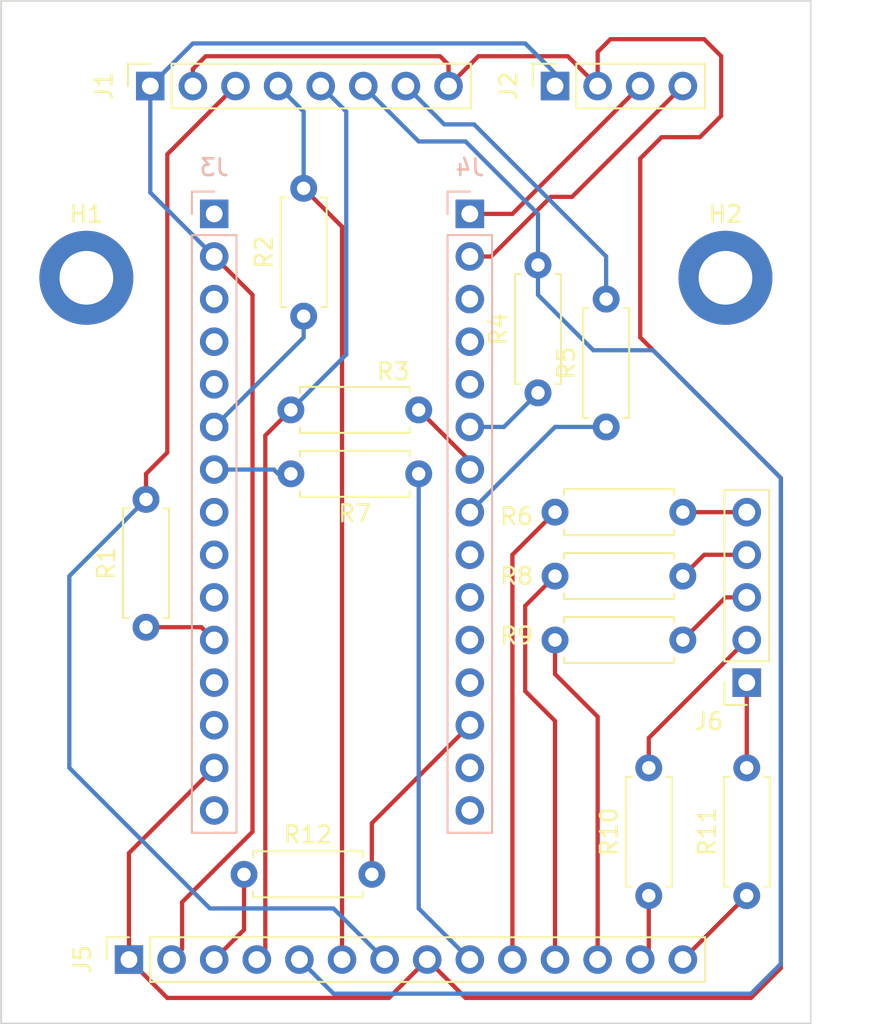
<source format=kicad_pcb>
(kicad_pcb (version 20240108) (generator "pcbnew") (generator_version "8.0")
  (layers (0 "F.Cu" signal) (31 "B.Cu" signal) (34 "B.Paste" user) (35 "F.Paste" user) (36 "B.SilkS" user "B.Silkscreen") (37 "F.SilkS" user "F.Silkscreen") (38 "B.Mask" user) (39 "F.Mask" user) (44 "Edge.Cuts" user))
  (net 0 "")
  (net 1 "Net-(J1-Pin_3)")
  (net 2 "Net-(J1-Pin_4)")
  (net 3 "Net-(J2-Pin_3)")
  (net 4 "Net-(J1-Pin_5)")
  (net 5 "Net-(J4-Pin_6)")
  (net 6 "Net-(J1-Pin_6)")
  (net 7 "Net-(J1-Pin_7)")
  (net 8 "Net-(J5-Pin_10)")
  (net 9 "Net-(J5-Pin_9)")
  (net 10 "Net-(J1-Pin_2)")
  (net 11 "Net-(J5-Pin_3)")
  (net 12 "Net-(J5-Pin_11)")
  (net 13 "Net-(J5-Pin_12)")
  (net 14 "Net-(J3-Pin_11)")
  (net 15 "Net-(J5-Pin_14)")
  (net 16 "Net-(J5-Pin_13)")
  (net 17 "Net-(J1-Pin_1)")
  (net 23 "Net-(J2-Pin_4)")
  (net 24 "Net-(J4-Pin_8)")
  (net 25 "Net-(J4-Pin_13)")
  (net 26 "Net-(J4-Pin_7)")
  (net 33 "Net-(J3-Pin_6)")
  (net 35 "Net-(J3-Pin_7)")
  (net 41 "Net-(J6-Pin_4)")
  (net 42 "Net-(J6-Pin_5)")
  (net 43 "Net-(J6-Pin_3)")
  (net 44 "Net-(J6-Pin_2)")
  (net 45 "Net-(J6-Pin_1)")
  (footprint "Resistor_THT:R_Axial_DIN0207_L6.3mm_D2.5mm_P7.62mm_Horizontal" (layer "F.Cu") (at 153.67 116.84 90)
    (property "Reference" "R11" (at 3.81 -2.37 -90) (layer "F.SilkS"))
    (property "Value" "1k")
    (fp_line (start 7.08 -1.37) (end 7.08 -1.04) (stroke (width 0.12)) (layer "F.SilkS"))
    (fp_line (start 0.54 -1.37) (end 7.08 -1.37) (stroke (width 0.12)) (layer "F.SilkS"))
    (fp_line (start 0.54 -1.04) (end 0.54 -1.37) (stroke (width 0.12)) (layer "F.SilkS"))
    (fp_line (start 0.54 1.04) (end 0.54 1.37) (stroke (width 0.12)) (layer "F.SilkS"))
    (fp_line (start 7.08 1.37) (end 7.08 1.04) (stroke (width 0.12)) (layer "F.SilkS"))
    (fp_line (start 0.54 1.37) (end 7.08 1.37) (stroke (width 0.12)) (layer "F.SilkS"))
    (pad "1" thru_hole circle (at 0 0 90) (size 1.6 1.6) (drill 0.8) (layers "*.Cu" "*.Mask") (net 15 "Net-(J5-Pin_14)"))
    (pad "2" thru_hole oval (at 7.62 0 90) (size 1.6 1.6) (drill 0.8) (layers "*.Cu" "*.Mask") (net 45 "Net-(J6-Pin_1)"))
  )
  (footprint "Resistor_THT:R_Axial_DIN0207_L6.3mm_D2.5mm_P7.62mm_Horizontal" (layer "F.Cu") (at 142.24 93.98)
    (property "Reference" "R6" (at -2.286 0.254 0) (layer "F.SilkS"))
    (property "Value" "1k")
    (fp_line (start 0.54 -1.37) (end 7.08 -1.37) (stroke (width 0.12)) (layer "F.SilkS"))
    (fp_line (start 0.54 -1.04) (end 0.54 -1.37) (stroke (width 0.12)) (layer "F.SilkS"))
    (fp_line (start 0.54 1.04) (end 0.54 1.37) (stroke (width 0.12)) (layer "F.SilkS"))
    (fp_line (start 0.54 1.37) (end 7.08 1.37) (stroke (width 0.12)) (layer "F.SilkS"))
    (fp_line (start 7.08 -1.37) (end 7.08 -1.04) (stroke (width 0.12)) (layer "F.SilkS"))
    (fp_line (start 7.08 1.37) (end 7.08 1.04) (stroke (width 0.12)) (layer "F.SilkS"))
    (pad "1" thru_hole circle (at 0 0) (size 1.6 1.6) (drill 0.8) (layers "*.Cu" "*.Mask") (net 8 "Net-(J5-Pin_10)"))
    (pad "2" thru_hole oval (at 7.62 0) (size 1.6 1.6) (drill 0.8) (layers "*.Cu" "*.Mask") (net 42 "Net-(J6-Pin_5)"))
  )
  (footprint "ST7735_Breakout:I2C_PINS" (layer "F.Cu") (at 142.24 68.58 90)
    (property "Reference" "J2" (at 0 -2.77 -90) (layer "F.SilkS"))
    (property "Value" "Conn_01x04_Socket")
    (fp_line (start 1.33 -1.33) (end 1.33 0) (stroke (width 0.12)) (layer "F.SilkS"))
    (fp_line (start 0 -1.33) (end 1.33 -1.33) (stroke (width 0.12)) (layer "F.SilkS"))
    (fp_line (start 1.33 1.27) (end 1.33 8.95) (stroke (width 0.12)) (layer "F.SilkS"))
    (fp_line (start -1.33 1.27) (end 1.33 1.27) (stroke (width 0.12)) (layer "F.SilkS"))
    (fp_line (start -1.33 1.27) (end -1.33 8.95) (stroke (width 0.12)) (layer "F.SilkS"))
    (fp_line (start -1.33 8.95) (end 1.33 8.95) (stroke (width 0.12)) (layer "F.SilkS"))
    (pad "GND" thru_hole rect (at 0 0 180) (size 1.7 1.7) (drill 1) (layers "*.Cu" "*.Mask") (net 17 "Net-(J1-Pin_1)"))
    (pad "SCK" thru_hole oval (at 0 5.08 90) (size 1.7 1.7) (drill 1) (layers "*.Cu" "*.Mask") (net 3 "Net-(J2-Pin_3)"))
    (pad "SDA" thru_hole oval (at 0 7.62 90) (size 1.7 1.7) (drill 1) (layers "*.Cu" "*.Mask") (net 23 "Net-(J2-Pin_4)"))
    (pad "VCC" thru_hole oval (at 0 2.54 90) (size 1.7 1.7) (drill 1) (layers "*.Cu" "*.Mask") (net 10 "Net-(J1-Pin_2)"))
  )
  (footprint "Connector_PinSocket_2.54mm:PinSocket_1x05_P2.54mm_Vertical" (layer "F.Cu") (at 153.67 104.14 180)
    (property "Reference" "J6" (at 2.261 -2.316 180) (layer "F.SilkS"))
    (property "Value" "Conn_01x05_Socket")
    (fp_line (start 1.33 1.27) (end 1.33 11.49) (stroke (width 0.12)) (layer "F.SilkS"))
    (fp_line (start 1.33 -1.33) (end 1.33 0) (stroke (width 0.12)) (layer "F.SilkS"))
    (fp_line (start 0 -1.33) (end 1.33 -1.33) (stroke (width 0.12)) (layer "F.SilkS"))
    (fp_line (start -1.33 11.49) (end 1.33 11.49) (stroke (width 0.12)) (layer "F.SilkS"))
    (fp_line (start -1.33 1.27) (end 1.33 1.27) (stroke (width 0.12)) (layer "F.SilkS"))
    (fp_line (start -1.33 1.27) (end -1.33 11.49) (stroke (width 0.12)) (layer "F.SilkS"))
    (pad "1" thru_hole rect (at 0 0 180) (size 1.7 1.7) (drill 1) (layers "*.Cu" "*.Mask") (net 45 "Net-(J6-Pin_1)"))
    (pad "2" thru_hole oval (at 0 2.54 180) (size 1.7 1.7) (drill 1) (layers "*.Cu" "*.Mask") (net 44 "Net-(J6-Pin_2)"))
    (pad "3" thru_hole oval (at 0 5.08 180) (size 1.7 1.7) (drill 1) (layers "*.Cu" "*.Mask") (net 43 "Net-(J6-Pin_3)"))
    (pad "4" thru_hole oval (at 0 7.62 180) (size 1.7 1.7) (drill 1) (layers "*.Cu" "*.Mask") (net 41 "Net-(J6-Pin_4)"))
    (pad "5" thru_hole oval (at 0 10.16 180) (size 1.7 1.7) (drill 1) (layers "*.Cu" "*.Mask") (net 42 "Net-(J6-Pin_5)"))
  )
  (footprint "Resistor_THT:R_Axial_DIN0207_L6.3mm_D2.5mm_P7.62mm_Horizontal" (layer "F.Cu") (at 123.698 115.57)
    (property "Reference" "R12" (at 3.81 -2.37 0) (layer "F.SilkS"))
    (property "Value" "1k")
    (fp_line (start 0.54 -1.37) (end 7.08 -1.37) (stroke (width 0.12)) (layer "F.SilkS"))
    (fp_line (start 0.54 -1.04) (end 0.54 -1.37) (stroke (width 0.12)) (layer "F.SilkS"))
    (fp_line (start 0.54 1.04) (end 0.54 1.37) (stroke (width 0.12)) (layer "F.SilkS"))
    (fp_line (start 0.54 1.37) (end 7.08 1.37) (stroke (width 0.12)) (layer "F.SilkS"))
    (fp_line (start 7.08 -1.37) (end 7.08 -1.04) (stroke (width 0.12)) (layer "F.SilkS"))
    (fp_line (start 7.08 1.37) (end 7.08 1.04) (stroke (width 0.12)) (layer "F.SilkS"))
    (pad "1" thru_hole circle (at 0 0) (size 1.6 1.6) (drill 0.8) (layers "*.Cu" "*.Mask") (net 11 "Net-(J5-Pin_3)"))
    (pad "2" thru_hole oval (at 7.62 0) (size 1.6 1.6) (drill 0.8) (layers "*.Cu" "*.Mask") (net 25 "Net-(J4-Pin_13)"))
  )
  (footprint "Resistor_THT:R_Axial_DIN0207_L6.3mm_D2.5mm_P7.62mm_Horizontal" (layer "F.Cu") (at 142.24 97.79)
    (property "Reference" "R8" (at -2.286 0 0) (layer "F.SilkS"))
    (property "Value" "1k")
    (fp_line (start 0.54 -1.37) (end 7.08 -1.37) (stroke (width 0.12)) (layer "F.SilkS"))
    (fp_line (start 0.54 -1.04) (end 0.54 -1.37) (stroke (width 0.12)) (layer "F.SilkS"))
    (fp_line (start 0.54 1.04) (end 0.54 1.37) (stroke (width 0.12)) (layer "F.SilkS"))
    (fp_line (start 0.54 1.37) (end 7.08 1.37) (stroke (width 0.12)) (layer "F.SilkS"))
    (fp_line (start 7.08 -1.37) (end 7.08 -1.04) (stroke (width 0.12)) (layer "F.SilkS"))
    (fp_line (start 7.08 1.37) (end 7.08 1.04) (stroke (width 0.12)) (layer "F.SilkS"))
    (pad "1" thru_hole circle (at 0 0) (size 1.6 1.6) (drill 0.8) (layers "*.Cu" "*.Mask") (net 12 "Net-(J5-Pin_11)"))
    (pad "2" thru_hole oval (at 7.62 0) (size 1.6 1.6) (drill 0.8) (layers "*.Cu" "*.Mask") (net 41 "Net-(J6-Pin_4)"))
  )
  (footprint "ST7735_Breakout:ILI9341_MOUNT" (layer "F.Cu") (at 116.84 120.65 90)
    (property "Reference" "J5" (at 0 -2.77 -90) (layer "F.SilkS"))
    (property "Value" "Conn_01x14_Socket")
    (fp_line (start 1.33 -1.33) (end 1.33 0) (stroke (width 0.12)) (layer "F.SilkS"))
    (fp_line (start 0 -1.33) (end 1.33 -1.33) (stroke (width 0.12)) (layer "F.SilkS"))
    (fp_line (start 1.33 1.27) (end 1.33 34.35) (stroke (width 0.12)) (layer "F.SilkS"))
    (fp_line (start -1.33 1.27) (end 1.33 1.27) (stroke (width 0.12)) (layer "F.SilkS"))
    (fp_line (start -1.33 1.27) (end -1.33 34.35) (stroke (width 0.12)) (layer "F.SilkS"))
    (fp_line (start -1.33 34.35) (end 1.33 34.35) (stroke (width 0.12)) (layer "F.SilkS"))
    (pad "CS" thru_hole oval (at 0 5.08 90) (size 1.7 1.7) (drill 1) (layers "*.Cu" "*.Mask") (net 11 "Net-(J5-Pin_3)"))
    (pad "DC" thru_hole oval (at 0 10.16 90) (size 1.7 1.7) (drill 1) (layers "*.Cu" "*.Mask") (net 6 "Net-(J1-Pin_6)"))
    (pad "GND" thru_hole oval (at 0 2.54 90) (size 1.7 1.7) (drill 1) (layers "*.Cu" "*.Mask") (net 17 "Net-(J1-Pin_1)"))
    (pad "LED" thru_hole oval (at 0 17.78 90) (size 1.7 1.7) (drill 1) (layers "*.Cu" "*.Mask") (net 10 "Net-(J1-Pin_2)"))
    (pad "MISO" thru_hole oval (at 0 20.32 90) (size 1.7 1.7) (drill 1) (layers "*.Cu" "*.Mask") (net 9 "Net-(J5-Pin_9)"))
    (pad "MOSI" thru_hole oval (at 0 12.7 180) (size 1.7 1.7) (drill 1) (layers "*.Cu" "*.Mask") (net 2 "Net-(J1-Pin_4)"))
    (pad "RESET" thru_hole oval (at 0 7.62 90) (size 1.7 1.7) (drill 1) (layers "*.Cu" "*.Mask") (net 4 "Net-(J1-Pin_5)"))
    (pad "SCK" thru_hole oval (at 0 15.24 90) (size 1.7 1.7) (drill 1) (layers "*.Cu" "*.Mask") (net 1 "Net-(J1-Pin_3)"))
    (pad "T_CLK" thru_hole oval (at 0 22.86 90) (size 1.7 1.7) (drill 1) (layers "*.Cu" "*.Mask") (net 8 "Net-(J5-Pin_10)"))
    (pad "T_CS" thru_hole oval (at 0 25.4 90) (size 1.7 1.7) (drill 1) (layers "*.Cu" "*.Mask") (net 12 "Net-(J5-Pin_11)"))
    (pad "T_DIN" thru_hole oval (at 0 27.94 90) (size 1.7 1.7) (drill 1) (layers "*.Cu" "*.Mask") (net 13 "Net-(J5-Pin_12)"))
    (pad "T_DO" thru_hole oval (at 0 30.48 90) (size 1.7 1.7) (drill 1) (layers "*.Cu" "*.Mask") (net 16 "Net-(J5-Pin_13)"))
    (pad "T_IRQ" thru_hole oval (at 0 33.02 90) (size 1.7 1.7) (drill 1) (layers "*.Cu" "*.Mask") (net 15 "Net-(J5-Pin_14)"))
    (pad "VCC" thru_hole rect (at 0 0 90) (size 1.7 1.7) (drill 1) (layers "*.Cu" "*.Mask") (net 10 "Net-(J1-Pin_2)"))
  )
  (footprint "Resistor_THT:R_Axial_DIN0207_L6.3mm_D2.5mm_P7.62mm_Horizontal" (layer "F.Cu") (at 145.288 88.9 90)
    (property "Reference" "R5" (at 3.81 -2.37 -90) (layer "F.SilkS"))
    (property "Value" "1k")
    (fp_line (start 7.08 -1.37) (end 7.08 -1.04) (stroke (width 0.12)) (layer "F.SilkS"))
    (fp_line (start 0.54 -1.37) (end 7.08 -1.37) (stroke (width 0.12)) (layer "F.SilkS"))
    (fp_line (start 0.54 -1.04) (end 0.54 -1.37) (stroke (width 0.12)) (layer "F.SilkS"))
    (fp_line (start 0.54 1.04) (end 0.54 1.37) (stroke (width 0.12)) (layer "F.SilkS"))
    (fp_line (start 7.08 1.37) (end 7.08 1.04) (stroke (width 0.12)) (layer "F.SilkS"))
    (fp_line (start 0.54 1.37) (end 7.08 1.37) (stroke (width 0.12)) (layer "F.SilkS"))
    (pad "1" thru_hole circle (at 0 0 90) (size 1.6 1.6) (drill 0.8) (layers "*.Cu" "*.Mask") (net 24 "Net-(J4-Pin_8)"))
    (pad "2" thru_hole oval (at 7.62 0 90) (size 1.6 1.6) (drill 0.8) (layers "*.Cu" "*.Mask") (net 7 "Net-(J1-Pin_7)"))
  )
  (footprint "Resistor_THT:R_Axial_DIN0207_L6.3mm_D2.5mm_P7.62mm_Horizontal" (layer "F.Cu") (at 134.112 91.694 180)
    (property "Reference" "R7" (at 3.81 -2.37 180) (layer "F.SilkS"))
    (property "Value" "1k")
    (fp_line (start 7.08 1.37) (end 7.08 1.04) (stroke (width 0.12)) (layer "F.SilkS"))
    (fp_line (start 7.08 -1.37) (end 7.08 -1.04) (stroke (width 0.12)) (layer "F.SilkS"))
    (fp_line (start 0.54 1.37) (end 7.08 1.37) (stroke (width 0.12)) (layer "F.SilkS"))
    (fp_line (start 0.54 1.04) (end 0.54 1.37) (stroke (width 0.12)) (layer "F.SilkS"))
    (fp_line (start 0.54 -1.04) (end 0.54 -1.37) (stroke (width 0.12)) (layer "F.SilkS"))
    (fp_line (start 0.54 -1.37) (end 7.08 -1.37) (stroke (width 0.12)) (layer "F.SilkS"))
    (pad "1" thru_hole circle (at 0 0 180) (size 1.6 1.6) (drill 0.8) (layers "*.Cu" "*.Mask") (net 9 "Net-(J5-Pin_9)"))
    (pad "2" thru_hole oval (at 7.62 0 180) (size 1.6 1.6) (drill 0.8) (layers "*.Cu" "*.Mask") (net 35 "Net-(J3-Pin_7)"))
  )
  (footprint "MountingHole:MountingHole_3.2mm_M3_DIN965_Pad_TopBottom" (layer "F.Cu") (at 114.3 80.01)
    (property "Reference" "H1" (at 0 -3.8 0) (layer "F.SilkS"))
    (property "Value" "MountingHole")
    (pad "1" thru_hole circle (at 0 0) (size 3.6 3.6) (drill 3.2) (layers "*.Cu" "*.Mask"))
    (pad "1" connect circle (at 0 0) (size 5.6 5.6) (layers "F.Cu" "F.Mask"))
    (pad "1" connect circle (at 0 0) (size 5.6 5.6) (layers "B.Cu" "B.Mask"))
  )
  (footprint "Resistor_THT:R_Axial_DIN0207_L6.3mm_D2.5mm_P7.62mm_Horizontal" (layer "F.Cu") (at 127.254 82.296 90)
    (property "Reference" "R2" (at 3.81 -2.37 -90) (layer "F.SilkS"))
    (property "Value" "1k")
    (fp_line (start 7.08 -1.37) (end 7.08 -1.04) (stroke (width 0.12)) (layer "F.SilkS"))
    (fp_line (start 0.54 -1.37) (end 7.08 -1.37) (stroke (width 0.12)) (layer "F.SilkS"))
    (fp_line (start 0.54 -1.04) (end 0.54 -1.37) (stroke (width 0.12)) (layer "F.SilkS"))
    (fp_line (start 0.54 1.04) (end 0.54 1.37) (stroke (width 0.12)) (layer "F.SilkS"))
    (fp_line (start 7.08 1.37) (end 7.08 1.04) (stroke (width 0.12)) (layer "F.SilkS"))
    (fp_line (start 0.54 1.37) (end 7.08 1.37) (stroke (width 0.12)) (layer "F.SilkS"))
    (pad "1" thru_hole circle (at 0 0 90) (size 1.6 1.6) (drill 0.8) (layers "*.Cu" "*.Mask") (net 33 "Net-(J3-Pin_6)"))
    (pad "2" thru_hole oval (at 7.62 0 90) (size 1.6 1.6) (drill 0.8) (layers "*.Cu" "*.Mask") (net 2 "Net-(J1-Pin_4)"))
  )
  (footprint "Resistor_THT:R_Axial_DIN0207_L6.3mm_D2.5mm_P7.62mm_Horizontal" (layer "F.Cu") (at 117.856 100.838 90)
    (property "Reference" "R1" (at 3.81 -2.37 -90) (layer "F.SilkS"))
    (property "Value" "1k")
    (fp_line (start 7.08 -1.37) (end 7.08 -1.04) (stroke (width 0.12)) (layer "F.SilkS"))
    (fp_line (start 0.54 -1.37) (end 7.08 -1.37) (stroke (width 0.12)) (layer "F.SilkS"))
    (fp_line (start 0.54 -1.04) (end 0.54 -1.37) (stroke (width 0.12)) (layer "F.SilkS"))
    (fp_line (start 0.54 1.04) (end 0.54 1.37) (stroke (width 0.12)) (layer "F.SilkS"))
    (fp_line (start 7.08 1.37) (end 7.08 1.04) (stroke (width 0.12)) (layer "F.SilkS"))
    (fp_line (start 0.54 1.37) (end 7.08 1.37) (stroke (width 0.12)) (layer "F.SilkS"))
    (pad "1" thru_hole circle (at 0 0 90) (size 1.6 1.6) (drill 0.8) (layers "*.Cu" "*.Mask") (net 14 "Net-(J3-Pin_11)"))
    (pad "2" thru_hole oval (at 7.62 0 90) (size 1.6 1.6) (drill 0.8) (layers "*.Cu" "*.Mask") (net 1 "Net-(J1-Pin_3)"))
  )
  (footprint "Resistor_THT:R_Axial_DIN0207_L6.3mm_D2.5mm_P7.62mm_Horizontal" (layer "F.Cu") (at 142.24 101.6)
    (property "Reference" "R9" (at -2.286 -0.254 0) (layer "F.SilkS"))
    (property "Value" "1k")
    (fp_line (start 0.54 -1.37) (end 7.08 -1.37) (stroke (width 0.12)) (layer "F.SilkS"))
    (fp_line (start 0.54 -1.04) (end 0.54 -1.37) (stroke (width 0.12)) (layer "F.SilkS"))
    (fp_line (start 0.54 1.04) (end 0.54 1.37) (stroke (width 0.12)) (layer "F.SilkS"))
    (fp_line (start 0.54 1.37) (end 7.08 1.37) (stroke (width 0.12)) (layer "F.SilkS"))
    (fp_line (start 7.08 -1.37) (end 7.08 -1.04) (stroke (width 0.12)) (layer "F.SilkS"))
    (fp_line (start 7.08 1.37) (end 7.08 1.04) (stroke (width 0.12)) (layer "F.SilkS"))
    (pad "1" thru_hole circle (at 0 0) (size 1.6 1.6) (drill 0.8) (layers "*.Cu" "*.Mask") (net 13 "Net-(J5-Pin_12)"))
    (pad "2" thru_hole oval (at 7.62 0) (size 1.6 1.6) (drill 0.8) (layers "*.Cu" "*.Mask") (net 43 "Net-(J6-Pin_3)"))
  )
  (footprint "Resistor_THT:R_Axial_DIN0207_L6.3mm_D2.5mm_P7.62mm_Horizontal" (layer "F.Cu") (at 141.224 86.868 90)
    (property "Reference" "R4" (at 3.81 -2.37 -90) (layer "F.SilkS"))
    (property "Value" "1k")
    (fp_line (start 7.08 -1.37) (end 7.08 -1.04) (stroke (width 0.12)) (layer "F.SilkS"))
    (fp_line (start 0.54 -1.37) (end 7.08 -1.37) (stroke (width 0.12)) (layer "F.SilkS"))
    (fp_line (start 0.54 -1.04) (end 0.54 -1.37) (stroke (width 0.12)) (layer "F.SilkS"))
    (fp_line (start 0.54 1.04) (end 0.54 1.37) (stroke (width 0.12)) (layer "F.SilkS"))
    (fp_line (start 7.08 1.37) (end 7.08 1.04) (stroke (width 0.12)) (layer "F.SilkS"))
    (fp_line (start 0.54 1.37) (end 7.08 1.37) (stroke (width 0.12)) (layer "F.SilkS"))
    (pad "1" thru_hole circle (at 0 0 90) (size 1.6 1.6) (drill 0.8) (layers "*.Cu" "*.Mask") (net 5 "Net-(J4-Pin_6)"))
    (pad "2" thru_hole oval (at 7.62 0 90) (size 1.6 1.6) (drill 0.8) (layers "*.Cu" "*.Mask") (net 6 "Net-(J1-Pin_6)"))
  )
  (footprint "MountingHole:MountingHole_3.2mm_M3_DIN965_Pad_TopBottom" (layer "F.Cu") (at 152.4 80.01)
    (property "Reference" "H2" (at 0 -3.8 0) (layer "F.SilkS"))
    (property "Value" "MountingHole")
    (pad "1" thru_hole circle (at 0 0) (size 3.6 3.6) (drill 3.2) (layers "*.Cu" "*.Mask"))
    (pad "1" connect circle (at 0 0) (size 5.6 5.6) (layers "F.Cu" "F.Mask"))
    (pad "1" connect circle (at 0 0) (size 5.6 5.6) (layers "B.Cu" "B.Mask"))
  )
  (footprint "ST7735_Breakout:ST7735_MOUNT" (layer "F.Cu") (at 118.11 68.58 90)
    (property "Reference" "J1" (at 0 -2.77 -90) (layer "F.SilkS"))
    (property "Value" "Conn_01x08_Socket")
    (fp_line (start 1.33 -1.33) (end 1.33 0) (stroke (width 0.12)) (layer "F.SilkS"))
    (fp_line (start 0 -1.33) (end 1.33 -1.33) (stroke (width 0.12)) (layer "F.SilkS"))
    (fp_line (start 1.33 1.27) (end 1.33 19.11) (stroke (width 0.12)) (layer "F.SilkS"))
    (fp_line (start -1.33 1.27) (end 1.33 1.27) (stroke (width 0.12)) (layer "F.SilkS"))
    (fp_line (start -1.33 1.27) (end -1.33 19.11) (stroke (width 0.12)) (layer "F.SilkS"))
    (fp_line (start -1.33 19.11) (end 1.33 19.11) (stroke (width 0.12)) (layer "F.SilkS"))
    (pad "CS" thru_hole oval (at 0 15.24 90) (size 1.7 1.7) (drill 1) (layers "*.Cu" "*.Mask") (net 7 "Net-(J1-Pin_7)"))
    (pad "GND" thru_hole rect (at 0 0 90) (size 1.7 1.7) (drill 1) (layers "*.Cu" "*.Mask") (net 17 "Net-(J1-Pin_1)"))
    (pad "LEDA" thru_hole oval (at 0 17.78 90) (size 1.7 1.7) (drill 1) (layers "*.Cu" "*.Mask") (net 10 "Net-(J1-Pin_2)"))
    (pad "RES" thru_hole oval (at 0 10.16 90) (size 1.7 1.7) (drill 1) (layers "*.Cu" "*.Mask") (net 4 "Net-(J1-Pin_5)"))
    (pad "RS_DC" thru_hole oval (at 0 12.7 90) (size 1.7 1.7) (drill 1) (layers "*.Cu" "*.Mask") (net 6 "Net-(J1-Pin_6)"))
    (pad "SCK" thru_hole oval (at 0 5.08 90) (size 1.7 1.7) (drill 1) (layers "*.Cu" "*.Mask") (net 1 "Net-(J1-Pin_3)"))
    (pad "SDA" thru_hole oval (at 0 7.62 90) (size 1.7 1.7) (drill 1) (layers "*.Cu" "*.Mask") (net 2 "Net-(J1-Pin_4)"))
    (pad "VCC" thru_hole oval (at 0 2.54 90) (size 1.7 1.7) (drill 1) (layers "*.Cu" "*.Mask") (net 10 "Net-(J1-Pin_2)"))
  )
  (footprint "Resistor_THT:R_Axial_DIN0207_L6.3mm_D2.5mm_P7.62mm_Horizontal" (layer "F.Cu") (at 147.828 116.84 90)
    (property "Reference" "R10" (at 3.81 -2.37 -90) (layer "F.SilkS"))
    (property "Value" "1k")
    (fp_line (start 7.08 -1.37) (end 7.08 -1.04) (stroke (width 0.12)) (layer "F.SilkS"))
    (fp_line (start 0.54 -1.37) (end 7.08 -1.37) (stroke (width 0.12)) (layer "F.SilkS"))
    (fp_line (start 0.54 -1.04) (end 0.54 -1.37) (stroke (width 0.12)) (layer "F.SilkS"))
    (fp_line (start 0.54 1.04) (end 0.54 1.37) (stroke (width 0.12)) (layer "F.SilkS"))
    (fp_line (start 7.08 1.37) (end 7.08 1.04) (stroke (width 0.12)) (layer "F.SilkS"))
    (fp_line (start 0.54 1.37) (end 7.08 1.37) (stroke (width 0.12)) (layer "F.SilkS"))
    (pad "1" thru_hole circle (at 0 0 90) (size 1.6 1.6) (drill 0.8) (layers "*.Cu" "*.Mask") (net 16 "Net-(J5-Pin_13)"))
    (pad "2" thru_hole oval (at 7.62 0 90) (size 1.6 1.6) (drill 0.8) (layers "*.Cu" "*.Mask") (net 44 "Net-(J6-Pin_2)"))
  )
  (footprint "Resistor_THT:R_Axial_DIN0207_L6.3mm_D2.5mm_P7.62mm_Horizontal" (layer "F.Cu") (at 134.112 87.884 180)
    (property "Reference" "R3" (at 1.524 2.286 180) (layer "F.SilkS"))
    (property "Value" "1k")
    (fp_line (start 7.08 1.37) (end 7.08 1.04) (stroke (width 0.12)) (layer "F.SilkS"))
    (fp_line (start 7.08 -1.37) (end 7.08 -1.04) (stroke (width 0.12)) (layer "F.SilkS"))
    (fp_line (start 0.54 1.37) (end 7.08 1.37) (stroke (width 0.12)) (layer "F.SilkS"))
    (fp_line (start 0.54 1.04) (end 0.54 1.37) (stroke (width 0.12)) (layer "F.SilkS"))
    (fp_line (start 0.54 -1.04) (end 0.54 -1.37) (stroke (width 0.12)) (layer "F.SilkS"))
    (fp_line (start 0.54 -1.37) (end 7.08 -1.37) (stroke (width 0.12)) (layer "F.SilkS"))
    (pad "1" thru_hole circle (at 0 0 180) (size 1.6 1.6) (drill 0.8) (layers "*.Cu" "*.Mask") (net 26 "Net-(J4-Pin_7)"))
    (pad "2" thru_hole oval (at 7.62 0 180) (size 1.6 1.6) (drill 0.8) (layers "*.Cu" "*.Mask") (net 4 "Net-(J1-Pin_5)"))
  )
  (footprint "ST7735_Breakout:STM32PIN_RIGHT" (layer "B.Cu") (at 121.92 76.2 180)
    (property "Reference" "J3" (at 0 2.77 180) (layer "B.SilkS") (effects (justify mirror)))
    (property "Value" "Conn_01x15_Socket")
    (fp_line (start 1.33 1.33) (end 0 1.33) (stroke (width 0.12)) (layer "B.SilkS"))
    (fp_line (start 1.33 0) (end 1.33 1.33) (stroke (width 0.12)) (layer "B.SilkS"))
    (fp_line (start 1.33 -1.27) (end -1.33 -1.27) (stroke (width 0.12)) (layer "B.SilkS"))
    (fp_line (start 1.33 -36.89) (end 1.33 -1.27) (stroke (width 0.12)) (layer "B.SilkS"))
    (fp_line (start 1.33 -36.89) (end -1.33 -36.89) (stroke (width 0.12)) (layer "B.SilkS"))
    (fp_line (start -1.33 -36.89) (end -1.33 -1.27) (stroke (width 0.12)) (layer "B.SilkS"))
    (pad "3V3" thru_hole oval (at 0 -33.02 180) (size 1.7 1.7) (drill 1) (layers "*.Cu" "*.Mask") (net 10 "Net-(J1-Pin_2)"))
    (pad "5V" thru_hole oval (at 0 -7.62 180) (size 1.7 1.7) (drill 1) (layers "*.Cu" "*.Mask"))
    (pad "AREF" thru_hole oval (at 0 -30.48 180) (size 1.7 1.7) (drill 1) (layers "*.Cu" "*.Mask"))
    (pad "GND" thru_hole oval (at 0 -2.54 180) (size 1.7 1.7) (drill 1) (layers "*.Cu" "*.Mask") (net 17 "Net-(J1-Pin_1)"))
    (pad "NRST" thru_hole oval (at 0 -5.08 180) (size 1.7 1.7) (drill 1) (layers "*.Cu" "*.Mask"))
    (pad "PA0" thru_hole oval (at 0 -27.94 180) (size 1.7 1.7) (drill 1) (layers "*.Cu" "*.Mask"))
    (pad "PA1" thru_hole oval (at 0 -25.4 180) (size 1.7 1.7) (drill 1) (layers "*.Cu" "*.Mask") (net 14 "Net-(J3-Pin_11)"))
    (pad "PA2" thru_hole oval (at 0 -10.16 180) (size 1.7 1.7) (drill 1) (layers "*.Cu" "*.Mask"))
    (pad "PA3" thru_hole oval (at 0 -22.86 180) (size 1.7 1.7) (drill 1) (layers "*.Cu" "*.Mask"))
    (pad "PA4" thru_hole oval (at 0 -20.32 180) (size 1.7 1.7) (drill 1) (layers "*.Cu" "*.Mask"))
    (pad "PA5" thru_hole oval (at 0 -17.78 180) (size 1.7 1.7) (drill 1) (layers "*.Cu" "*.Mask"))
    (pad "PA6" thru_hole oval (at 0 -15.24 180) (size 1.7 1.7) (drill 1) (layers "*.Cu" "*.Mask") (net 35 "Net-(J3-Pin_7)"))
    (pad "PA7" thru_hole oval (at 0 -12.7 180) (size 1.7 1.7) (drill 1) (layers "*.Cu" "*.Mask") (net 33 "Net-(J3-Pin_6)"))
    (pad "PB3" thru_hole oval (at 0 -35.56 90) (size 1.7 1.7) (drill 1) (layers "*.Cu" "*.Mask"))
    (pad "VIN" thru_hole rect (at 0 0 180) (size 1.7 1.7) (drill 1) (layers "*.Cu" "*.Mask"))
  )
  (footprint "ST7735_Breakout:STM32PIN_LEFT" (layer "B.Cu") (at 137.16 76.2 180)
    (property "Reference" "J4" (at 0 2.77 180) (layer "B.SilkS") (effects (justify mirror)))
    (property "Value" "Conn_01x15_Socket")
    (fp_line (start 1.33 1.33) (end 0 1.33) (stroke (width 0.12)) (layer "B.SilkS"))
    (fp_line (start 1.33 0) (end 1.33 1.33) (stroke (width 0.12)) (layer "B.SilkS"))
    (fp_line (start 1.33 -1.27) (end -1.33 -1.27) (stroke (width 0.12)) (layer "B.SilkS"))
    (fp_line (start 1.33 -36.89) (end 1.33 -1.27) (stroke (width 0.12)) (layer "B.SilkS"))
    (fp_line (start 1.33 -36.89) (end -1.33 -36.89) (stroke (width 0.12)) (layer "B.SilkS"))
    (fp_line (start -1.33 -36.89) (end -1.33 -1.27) (stroke (width 0.12)) (layer "B.SilkS"))
    (pad "GND" thru_hole oval (at 0 -7.62 180) (size 1.7 1.7) (drill 1) (layers "*.Cu" "*.Mask"))
    (pad "NC1" thru_hole oval (at 0 -22.86 180) (size 1.7 1.7) (drill 1) (layers "*.Cu" "*.Mask"))
    (pad "NC2" thru_hole oval (at 0 -25.4 180) (size 1.7 1.7) (drill 1) (layers "*.Cu" "*.Mask"))
    (pad "NRST" thru_hole oval (at 0 -5.08 180) (size 1.7 1.7) (drill 1) (layers "*.Cu" "*.Mask"))
    (pad "PA8" thru_hole oval (at 0 -27.94 180) (size 1.7 1.7) (drill 1) (layers "*.Cu" "*.Mask"))
    (pad "PA9" thru_hole rect (at 0 0 90) (size 1.7 1.7) (drill 1) (layers "*.Cu" "*.Mask") (net 3 "Net-(J2-Pin_3)"))
    (pad "PA10" thru_hole oval (at 0 -2.54 180) (size 1.7 1.7) (drill 1) (layers "*.Cu" "*.Mask") (net 23 "Net-(J2-Pin_4)"))
    (pad "PA11" thru_hole oval (at 0 -30.48 180) (size 1.7 1.7) (drill 1) (layers "*.Cu" "*.Mask") (net 25 "Net-(J4-Pin_13)"))
    (pad "PA12" thru_hole oval (at 0 -10.16 180) (size 1.7 1.7) (drill 1) (layers "*.Cu" "*.Mask"))
    (pad "PB0" thru_hole oval (at 0 -12.7 180) (size 1.7 1.7) (drill 1) (layers "*.Cu" "*.Mask") (net 5 "Net-(J4-Pin_6)"))
    (pad "PB1" thru_hole oval (at 0 -20.32 180) (size 1.7 1.7) (drill 1) (layers "*.Cu" "*.Mask"))
    (pad "PB4" thru_hole oval (at 0 -35.56 90) (size 1.7 1.7) (drill 1) (layers "*.Cu" "*.Mask"))
    (pad "PB5" thru_hole oval (at 0 -33.02 180) (size 1.7 1.7) (drill 1) (layers "*.Cu" "*.Mask"))
    (pad "PB6" thru_hole oval (at 0 -17.78 180) (size 1.7 1.7) (drill 1) (layers "*.Cu" "*.Mask") (net 24 "Net-(J4-Pin_8)"))
    (pad "PB7" thru_hole oval (at 0 -15.24 180) (size 1.7 1.7) (drill 1) (layers "*.Cu" "*.Mask") (net 26 "Net-(J4-Pin_7)"))
  )
  (gr_line (start 109.22 124.46) (end 109.22 63.5) (stroke (width 0.1)) (layer "Edge.Cuts"))
  (gr_line (start 157.48 63.5) (end 157.48 124.46) (stroke (width 0.1)) (layer "Edge.Cuts"))
  (gr_line (start 109.22 63.5) (end 157.48 63.5) (stroke (width 0.1)) (layer "Edge.Cuts"))
  (gr_line (start 157.48 124.46) (end 109.22 124.46) (stroke (width 0.1)) (layer "Edge.Cuts"))
  (segment (start 123.19 68.58) (end 119.126 72.644) (width 0.254) (layer "F.Cu") (net 1))
  (segment (start 119.126 72.644) (end 119.126 90.424) (width 0.254) (layer "F.Cu") (net 1))
  (segment (start 119.126 90.424) (end 117.856 91.694) (width 0.254) (layer "F.Cu") (net 1))
  (segment (start 117.856 91.694) (end 117.856 93.218) (width 0.254) (layer "F.Cu") (net 1))
  (segment (start 113.284 109.22) (end 121.666 117.602) (width 0.254) (layer "B.Cu") (net 1))
  (segment (start 113.284 97.79) (end 113.284 109.22) (width 0.254) (layer "B.Cu") (net 1))
  (segment (start 121.666 117.602) (end 129.032 117.602) (width 0.254) (layer "B.Cu") (net 1))
  (segment (start 129.032 117.602) (end 132.08 120.65) (width 0.254) (layer "B.Cu") (net 1))
  (segment (start 117.856 93.218) (end 113.284 97.79) (width 0.254) (layer "B.Cu") (net 1))
  (segment (start 127.254 74.676) (end 129.54 76.962) (width 0.254) (layer "F.Cu") (net 2))
  (segment (start 129.54 76.962) (end 129.54 120.65) (width 0.254) (layer "F.Cu") (net 2))
  (segment (start 125.73 68.58) (end 127.254 70.104) (width 0.254) (layer "B.Cu") (net 2))
  (segment (start 127.254 70.104) (end 127.254 74.676) (width 0.254) (layer "B.Cu") (net 2))
  (segment (start 139.7 76.2) (end 147.32 68.58) (width 0.254) (layer "F.Cu") (net 3))
  (segment (start 137.16 76.2) (end 139.7 76.2) (width 0.254) (layer "F.Cu") (net 3))
  (segment (start 124.968 89.408) (end 124.968 120.142) (width 0.254) (layer "F.Cu") (net 4))
  (segment (start 124.968 120.142) (end 124.46 120.65) (width 0.254) (layer "F.Cu") (net 4))
  (segment (start 126.492 87.884) (end 124.968 89.408) (width 0.254) (layer "F.Cu") (net 4))
  (segment (start 129.794 70.104) (end 129.794 84.582) (width 0.254) (layer "B.Cu") (net 4))
  (segment (start 128.27 68.58) (end 129.794 70.104) (width 0.254) (layer "B.Cu") (net 4))
  (segment (start 129.794 84.582) (end 126.492 87.884) (width 0.254) (layer "B.Cu") (net 4))
  (segment (start 139.192 88.9) (end 141.224 86.868) (width 0.254) (layer "B.Cu") (net 5))
  (segment (start 137.16 88.9) (end 139.192 88.9) (width 0.254) (layer "B.Cu") (net 5))
  (segment (start 136.906 71.882) (end 134.112 71.882) (width 0.254) (layer "B.Cu") (net 6))
  (segment (start 144.526 84.328) (end 141.224 81.026) (width 0.254) (layer "B.Cu") (net 6))
  (segment (start 155.702 120.904) (end 155.702 91.948) (width 0.254) (layer "B.Cu") (net 6))
  (segment (start 153.924 122.682) (end 155.702 120.904) (width 0.254) (layer "B.Cu") (net 6))
  (segment (start 141.224 81.026) (end 141.224 79.248) (width 0.254) (layer "B.Cu") (net 6))
  (segment (start 127 120.65) (end 129.032 122.682) (width 0.254) (layer "B.Cu") (net 6))
  (segment (start 155.702 91.948) (end 148.082 84.328) (width 0.254) (layer "B.Cu") (net 6))
  (segment (start 129.032 122.682) (end 153.924 122.682) (width 0.254) (layer "B.Cu") (net 6))
  (segment (start 148.082 84.328) (end 144.526 84.328) (width 0.254) (layer "B.Cu") (net 6))
  (segment (start 141.224 76.2) (end 136.906 71.882) (width 0.254) (layer "B.Cu") (net 6))
  (segment (start 141.224 79.248) (end 141.224 76.2) (width 0.254) (layer "B.Cu") (net 6))
  (segment (start 134.112 71.882) (end 130.81 68.58) (width 0.254) (layer "B.Cu") (net 6))
  (segment (start 137.414 70.866) (end 135.636 70.866) (width 0.254) (layer "B.Cu") (net 7))
  (segment (start 135.636 70.866) (end 133.35 68.58) (width 0.254) (layer "B.Cu") (net 7))
  (segment (start 145.288 78.74) (end 137.414 70.866) (width 0.254) (layer "B.Cu") (net 7))
  (segment (start 145.288 81.28) (end 145.288 78.74) (width 0.254) (layer "B.Cu") (net 7))
  (segment (start 139.7 96.52) (end 139.7 120.65) (width 0.254) (layer "F.Cu") (net 8))
  (segment (start 142.24 93.98) (end 139.7 96.52) (width 0.254) (layer "F.Cu") (net 8))
  (segment (start 134.112 91.694) (end 134.112 117.602) (width 0.254) (layer "B.Cu") (net 9))
  (segment (start 134.112 117.602) (end 137.16 120.65) (width 0.254) (layer "B.Cu") (net 9))
  (segment (start 144.78 66.548) (end 144.78 68.58) (width 0.254) (layer "F.Cu") (net 10))
  (segment (start 121.412 66.802) (end 135.382 66.802) (width 0.254) (layer "F.Cu") (net 10))
  (segment (start 155.702 91.948) (end 147.32 83.566) (width 0.254) (layer "F.Cu") (net 10))
  (segment (start 120.65 67.564) (end 121.412 66.802) (width 0.254) (layer "F.Cu") (net 10))
  (segment (start 136.906 122.936) (end 153.924 122.936) (width 0.254) (layer "F.Cu") (net 10))
  (segment (start 134.62 120.65) (end 136.906 122.936) (width 0.254) (layer "F.Cu") (net 10))
  (segment (start 147.32 83.566) (end 147.32 72.898) (width 0.254) (layer "F.Cu") (net 10))
  (segment (start 150.876 71.628) (end 152.146 70.358) (width 0.254) (layer "F.Cu") (net 10))
  (segment (start 119.126 122.936) (end 132.334 122.936) (width 0.254) (layer "F.Cu") (net 10))
  (segment (start 152.146 66.802) (end 151.13 65.786) (width 0.254) (layer "F.Cu") (net 10))
  (segment (start 135.382 66.802) (end 135.89 67.31) (width 0.254) (layer "F.Cu") (net 10))
  (segment (start 116.84 114.3) (end 121.92 109.22) (width 0.254) (layer "F.Cu") (net 10))
  (segment (start 132.334 122.936) (end 134.62 120.65) (width 0.254) (layer "F.Cu") (net 10))
  (segment (start 151.13 65.786) (end 145.542 65.786) (width 0.254) (layer "F.Cu") (net 10))
  (segment (start 155.702 121.158) (end 155.702 91.948) (width 0.254) (layer "F.Cu") (net 10))
  (segment (start 143.002 66.802) (end 144.78 68.58) (width 0.254) (layer "F.Cu") (net 10))
  (segment (start 120.65 68.58) (end 120.65 67.564) (width 0.254) (layer "F.Cu") (net 10))
  (segment (start 116.84 120.65) (end 116.84 114.3) (width 0.254) (layer "F.Cu") (net 10))
  (segment (start 135.89 68.58) (end 137.668 66.802) (width 0.254) (layer "F.Cu") (net 10))
  (segment (start 148.59 71.628) (end 150.876 71.628) (width 0.254) (layer "F.Cu") (net 10))
  (segment (start 152.146 70.358) (end 152.146 66.802) (width 0.254) (layer "F.Cu") (net 10))
  (segment (start 135.89 67.31) (end 135.89 68.58) (width 0.254) (layer "F.Cu") (net 10))
  (segment (start 116.84 120.65) (end 119.126 122.936) (width 0.254) (layer "F.Cu") (net 10))
  (segment (start 147.32 72.898) (end 148.59 71.628) (width 0.254) (layer "F.Cu") (net 10))
  (segment (start 153.924 122.936) (end 155.702 121.158) (width 0.254) (layer "F.Cu") (net 10))
  (segment (start 145.542 65.786) (end 144.78 66.548) (width 0.254) (layer "F.Cu") (net 10))
  (segment (start 137.668 66.802) (end 143.002 66.802) (width 0.254) (layer "F.Cu") (net 10))
  (segment (start 123.698 115.57) (end 123.698 118.872) (width 0.254) (layer "F.Cu") (net 11))
  (segment (start 123.698 118.872) (end 121.92 120.65) (width 0.254) (layer "F.Cu") (net 11))
  (segment (start 140.462 99.568) (end 140.462 104.648) (width 0.254) (layer "F.Cu") (net 12))
  (segment (start 142.24 106.426) (end 142.24 120.65) (width 0.254) (layer "F.Cu") (net 12))
  (segment (start 142.24 97.79) (end 140.462 99.568) (width 0.254) (layer "F.Cu") (net 12))
  (segment (start 140.462 104.648) (end 142.24 106.426) (width 0.254) (layer "F.Cu") (net 12))
  (segment (start 142.24 103.632) (end 144.78 106.172) (width 0.254) (layer "F.Cu") (net 13))
  (segment (start 144.78 106.172) (end 144.78 120.65) (width 0.254) (layer "F.Cu") (net 13))
  (segment (start 142.24 101.6) (end 142.24 103.632) (width 0.254) (layer "F.Cu") (net 13))
  (segment (start 121.158 100.838) (end 121.92 101.6) (width 0.254) (layer "F.Cu") (net 14))
  (segment (start 117.856 100.838) (end 121.158 100.838) (width 0.254) (layer "F.Cu") (net 14))
  (segment (start 153.67 116.84) (end 149.86 120.65) (width 0.254) (layer "F.Cu") (net 15))
  (segment (start 147.828 120.142) (end 147.32 120.65) (width 0.254) (layer "F.Cu") (net 16))
  (segment (start 147.828 116.84) (end 147.828 120.142) (width 0.254) (layer "F.Cu") (net 16))
  (segment (start 124.206 81.026) (end 121.92 78.74) (width 0.254) (layer "F.Cu") (net 17))
  (segment (start 119.38 120.65) (end 120.007 120.023) (width 0.254) (layer "F.Cu") (net 17))
  (segment (start 120.007 120.023) (end 120.007 117.229) (width 0.254) (layer "F.Cu") (net 17))
  (segment (start 120.007 117.229) (end 124.206 113.03) (width 0.254) (layer "F.Cu") (net 17))
  (segment (start 124.206 113.03) (end 124.206 81.026) (width 0.254) (layer "F.Cu") (net 17))
  (segment (start 118.11 74.93) (end 121.92 78.74) (width 0.254) (layer "B.Cu") (net 17))
  (segment (start 118.11 68.58) (end 120.65 66.04) (width 0.254) (layer "B.Cu") (net 17))
  (segment (start 118.11 68.58) (end 118.11 74.93) (width 0.254) (layer "B.Cu") (net 17))
  (segment (start 142.24 67.818) (end 142.24 68.58) (width 0.254) (layer "B.Cu") (net 17))
  (segment (start 140.462 66.04) (end 142.24 67.818) (width 0.254) (layer "B.Cu") (net 17))
  (segment (start 120.65 66.04) (end 140.462 66.04) (width 0.254) (layer "B.Cu") (net 17))
  (segment (start 149.86 68.58) (end 143.256 75.184) (width 0.254) (layer "F.Cu") (net 23))
  (segment (start 138.43 78.74) (end 137.16 78.74) (width 0.254) (layer "F.Cu") (net 23))
  (segment (start 141.986 75.184) (end 138.43 78.74) (width 0.254) (layer "F.Cu") (net 23))
  (segment (start 143.256 75.184) (end 141.986 75.184) (width 0.254) (layer "F.Cu") (net 23))
  (segment (start 142.24 88.9) (end 137.16 93.98) (width 0.254) (layer "B.Cu") (net 24))
  (segment (start 145.288 88.9) (end 142.24 88.9) (width 0.254) (layer "B.Cu") (net 24))
  (segment (start 131.318 112.522) (end 137.16 106.68) (width 0.254) (layer "F.Cu") (net 25))
  (segment (start 131.318 115.57) (end 131.318 112.522) (width 0.254) (layer "F.Cu") (net 25))
  (segment (start 137.16 90.932) (end 137.16 91.44) (width 0.254) (layer "F.Cu") (net 26))
  (segment (start 134.112 87.884) (end 137.16 90.932) (width 0.254) (layer "F.Cu") (net 26))
  (segment (start 127.254 82.296) (end 127.254 83.566) (width 0.254) (layer "B.Cu") (net 33))
  (segment (start 127.254 83.566) (end 121.92 88.9) (width 0.254) (layer "B.Cu") (net 33))
  (segment (start 125.476 91.44) (end 125.73 91.694) (width 0.254) (layer "B.Cu") (net 35))
  (segment (start 121.92 91.44) (end 125.476 91.44) (width 0.254) (layer "B.Cu") (net 35))
  (segment (start 151.13 96.52) (end 149.86 97.79) (width 0.254) (layer "F.Cu") (net 41))
  (segment (start 153.67 96.52) (end 151.13 96.52) (width 0.254) (layer "F.Cu") (net 41))
  (segment (start 153.67 93.98) (end 149.86 93.98) (width 0.254) (layer "F.Cu") (net 42))
  (segment (start 153.67 99.06) (end 152.4 99.06) (width 0.254) (layer "F.Cu") (net 43))
  (segment (start 152.4 99.06) (end 149.86 101.6) (width 0.254) (layer "F.Cu") (net 43))
  (segment (start 147.828 109.22) (end 147.828 107.442) (width 0.254) (layer "F.Cu") (net 44))
  (segment (start 147.828 107.442) (end 153.67 101.6) (width 0.254) (layer "F.Cu") (net 44))
  (segment (start 153.67 109.22) (end 153.67 104.14) (width 0.254) (layer "F.Cu") (net 45))
)
</source>
